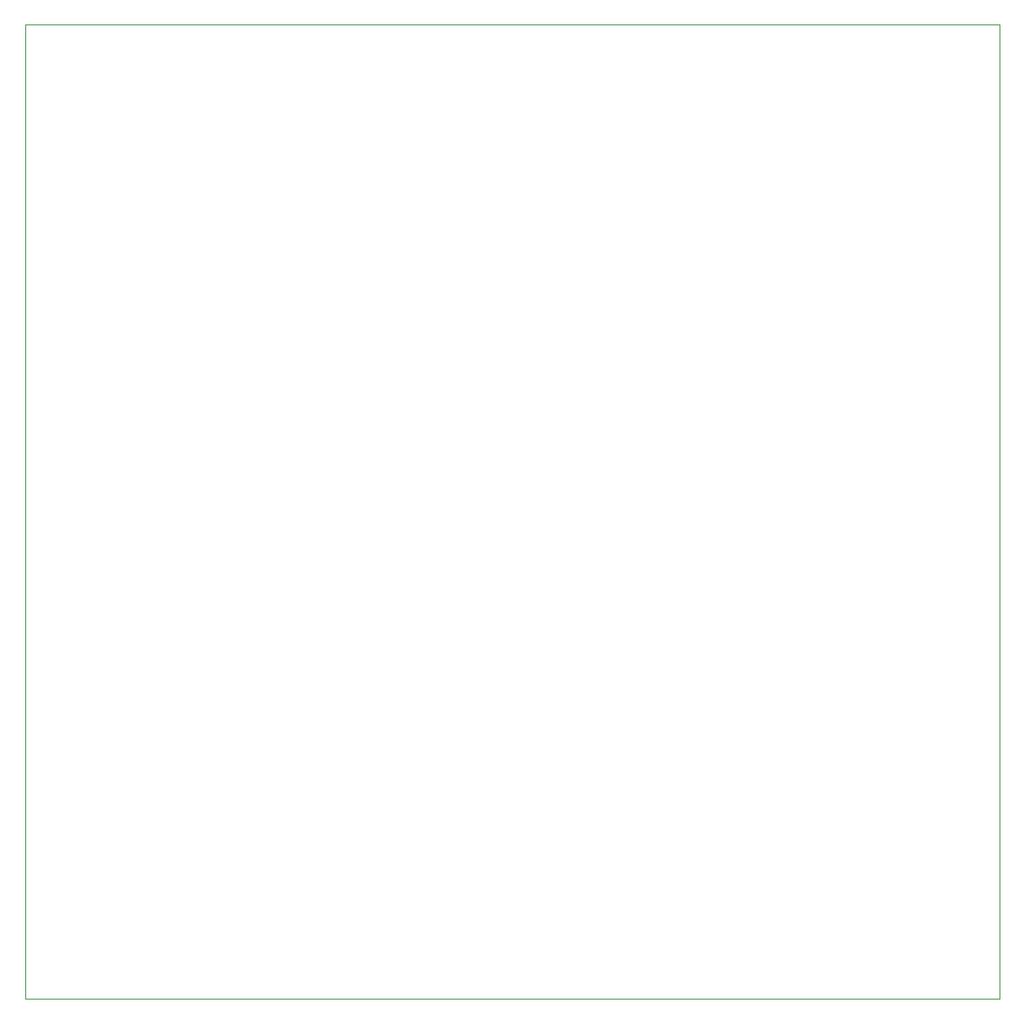
<source format=gm1>
G04 #@! TF.GenerationSoftware,KiCad,Pcbnew,(5.1.5)-3*
G04 #@! TF.CreationDate,2020-06-06T12:22:37-04:00*
G04 #@! TF.ProjectId,SDR_SSB,5344525f-5353-4422-9e6b-696361645f70,rev?*
G04 #@! TF.SameCoordinates,Original*
G04 #@! TF.FileFunction,Profile,NP*
%FSLAX46Y46*%
G04 Gerber Fmt 4.6, Leading zero omitted, Abs format (unit mm)*
G04 Created by KiCad (PCBNEW (5.1.5)-3) date 2020-06-06 12:22:37*
%MOMM*%
%LPD*%
G04 APERTURE LIST*
%ADD10C,0.100000*%
G04 APERTURE END LIST*
D10*
X92710000Y189230000D02*
X92710000Y287020000D01*
X96520000Y189230000D02*
X92710000Y189230000D01*
X190500000Y189230000D02*
X186690000Y189230000D01*
X190500000Y287020000D02*
X190500000Y189230000D01*
X184150000Y287020000D02*
X190500000Y287020000D01*
X92710000Y287020000D02*
X184150000Y287020000D01*
X186690000Y189230000D02*
X96520000Y189230000D01*
M02*

</source>
